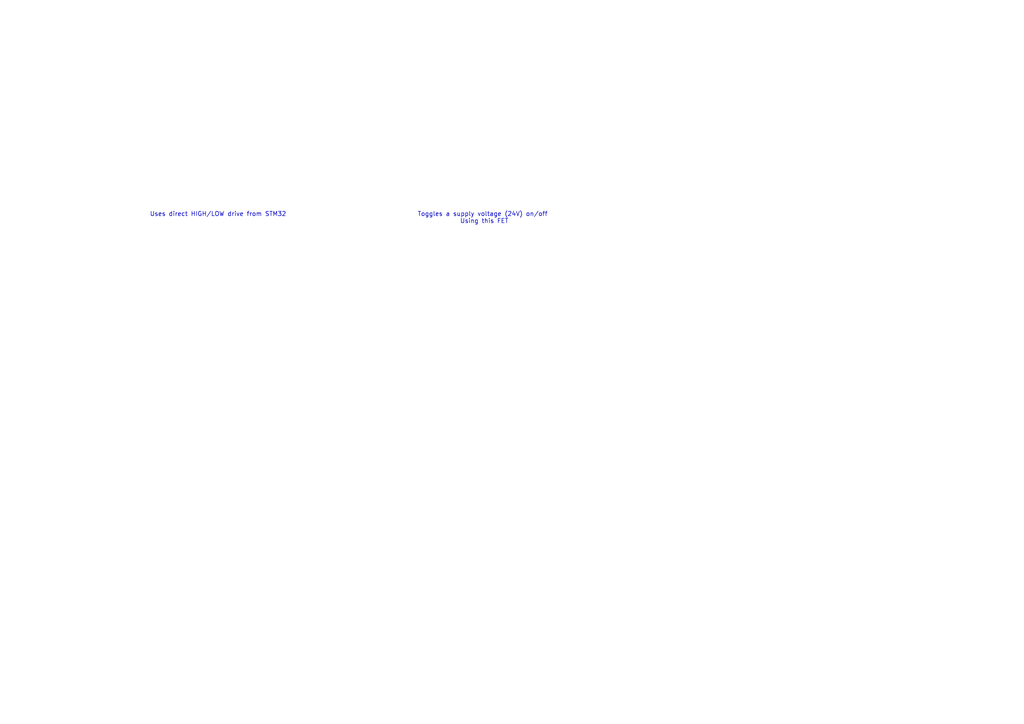
<source format=kicad_sch>
(kicad_sch
	(version 20250114)
	(generator "eeschema")
	(generator_version "9.0")
	(uuid "853ab4a5-f88a-4e4b-aff0-8c1451388a19")
	(paper "A4")
	(lib_symbols)
	(text "Toggles a supply voltage (24V) on/off \nUsing this FET"
		(exclude_from_sim no)
		(at 140.462 63.246 0)
		(effects
			(font
				(size 1.27 1.27)
			)
		)
		(uuid "4ce88dd8-4d1f-4ee2-967d-0996e319964e")
	)
	(text "Uses direct HIGH/LOW drive from STM32"
		(exclude_from_sim no)
		(at 63.246 62.23 0)
		(effects
			(font
				(size 1.27 1.27)
			)
		)
		(uuid "4ece83ea-dd0f-4904-92c2-8e46ee4f7092")
	)
)

</source>
